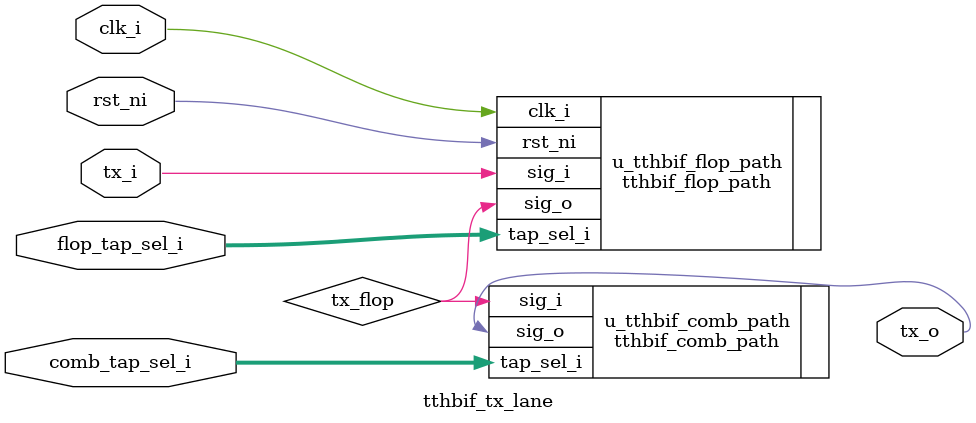
<source format=sv>
`default_nettype none

module tthbif_tx_lane (
  input  wire       clk_i,
  input  wire       rst_ni,

  input  wire [1:0] comb_tap_sel_i,
  input  wire [1:0] flop_tap_sel_i,

  input  wire       tx_i,
  output wire       tx_o
);

  localparam int NUM_TAP         = 4;
  localparam int NUM_BUF_PER_TAP = 4;

  wire tx_flop;

  tthbif_flop_path #(
    .NUM_TAP ( NUM_TAP )
  ) u_tthbif_flop_path (
    .clk_i     ( clk_i          ),
    .rst_ni    ( rst_ni         ),
  
    .tap_sel_i ( flop_tap_sel_i ),
  
    .sig_i     ( tx_i           ),
    .sig_o     ( tx_flop        )
  );

  tthbif_comb_path #(
    .NUM_TAP         ( NUM_TAP         ),
    .NUM_BUF_PER_TAP ( NUM_BUF_PER_TAP )
  ) u_tthbif_comb_path (
    .tap_sel_i ( comb_tap_sel_i ),
  
    .sig_i     ( tx_flop        ),
    .sig_o     ( tx_o           )
  );

endmodule

</source>
